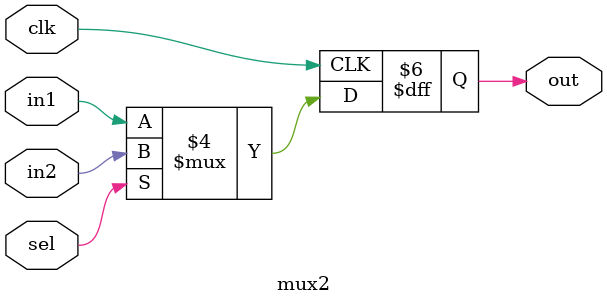
<source format=v>
module mux2(
    input wire clk,   // clock signal
    input wire sel,   // select signal
    input wire in1,   // input signal 1
    input wire in2,   // input signal 2
    output reg out   // output signal
);
    always @(posedge clk) begin
        if(sel == 1'b0) begin
            out <= in1;
        end else begin
            out <= in2;
        end
    end
endmodule
</source>
